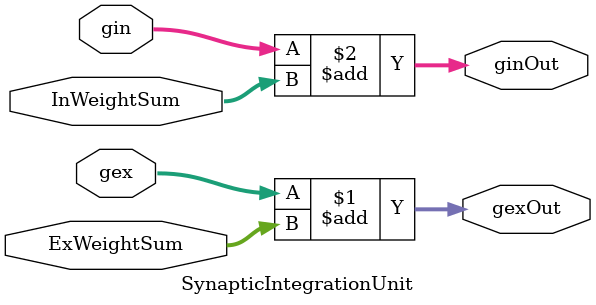
<source format=v>
/*
-----------------------------------------------------
| Created on: 12.07.2018		            							
| Author: Saunak Saha				    
|                                                   
| Department of Electrical and Computer Engineering  
| Iowa State University                             
-----------------------------------------------------
*/



`timescale 1ns/1ns
module SynapticIntegrationUnit
#(
	parameter INTEGER_WIDTH = 16,
	parameter DATA_WIDTH_FRAC = 32,
	parameter DATA_WIDTH = INTEGER_WIDTH + DATA_WIDTH_FRAC
)
(
		
	

	input wire signed [(DATA_WIDTH-1):0] gex,
	input wire signed [(DATA_WIDTH-1):0] gin,

	input wire signed [(DATA_WIDTH-1):0] ExWeightSum,
	input wire signed [(DATA_WIDTH-1):0] InWeightSum,

	output wire signed [(DATA_WIDTH-1):0] gexOut,
	output wire signed [(DATA_WIDTH-1):0] ginOut
);



	//Combinational Computation
	assign gexOut = gex + ExWeightSum; 
	assign ginOut = gin + InWeightSum; 


	endmodule

</source>
